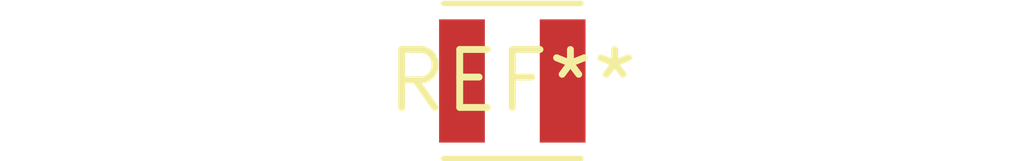
<source format=kicad_pcb>
(kicad_pcb (version 20240108) (generator pcbnew)
  (layers (0 "F.Cu" signal) (31 "B.Cu" signal) (34 "B.Paste" user) (35 "F.Paste" user) (36 "B.SilkS" user "B.Silkscreen") (37 "F.SilkS" user "F.Silkscreen") (38 "B.Mask" user) (39 "F.Mask" user) (44 "Edge.Cuts" user))
  (net 0 "")
  (footprint "L_Neosid_SMS-ME3015" (layer "F.Cu") (at 0 0)
    (property "Reference" "REF**")
    (property "Value" "L_Neosid_SMS-ME3015")
    (fp_line (start 1.5 -1.7) (end -1.5 -1.7) (layer "F.SilkS") (stroke (width 0.12)))
    (fp_line (start 1.5 1.7) (end -1.5 1.7) (layer "F.SilkS") (stroke (width 0.12)))
    (pad "1" smd rect (at -1.1 0) (size 1 2.7) (layers "F.Cu" "F.Paste" "F.Mask"))
    (pad "2" smd rect (at 1.1 0) (size 1 2.7) (layers "F.Cu" "F.Paste" "F.Mask"))
  )
)
</source>
